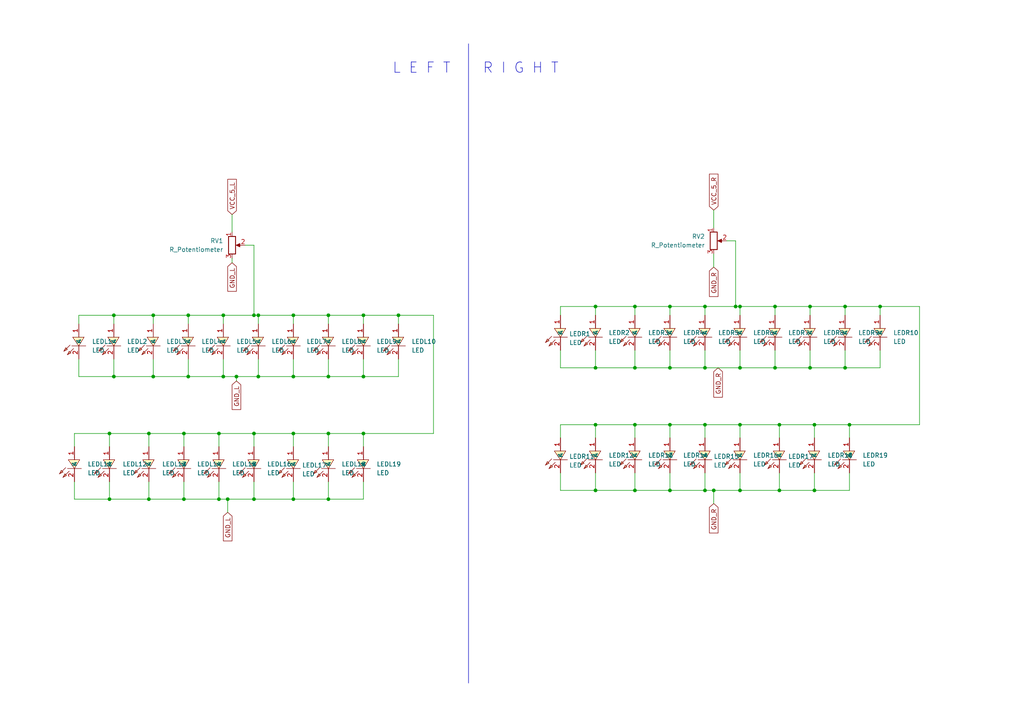
<source format=kicad_sch>
(kicad_sch (version 20250114) (generator "eeschema") (generator_version "9.0")
  (paper "A4")
  (title_block (title "Backlight") (comment 1 "Pimped by Essenceia"))
  (lib_symbols
    (symbol "Device:R_Potentiometer" (pin_names (offset 1.016) (hide yes))
      (property "Reference" "RV" (at -4.445 0 90))
      (property "Value" "R_Potentiometer" (at -2.54 0 90))
      (symbol "R_Potentiometer_0_1"
        (rectangle (start 1.016 2.54) (end -1.016 -2.54) (stroke (width 0.254)))
        (polyline (pts (xy 1.143 0) (xy 2.286 0.508) (xy 2.286 -0.508) (xy 1.143 0)) (fill (type outline)))
        (polyline (pts (xy 2.54 0) (xy 1.524 0)))
      )
      (symbol "R_Potentiometer_1_1"
        (pin passive line (at 0 3.81 270) (length 1.27) (name "1") (number "1"))
        (pin passive line (at 0 -3.81 90) (length 1.27) (name "3") (number "3"))
        (pin passive line (at 3.81 0 180) (length 1.27) (name "2") (number "2"))
      )
    )
    (symbol "Totem_lib:0603Whitelight_C2290"
      (property "Reference" "LED" (at 0 3.81 0))
      (property "Value" "0603White light_C2290" (at 0 -6.35 0))
      (symbol "0603Whitelight_C2290_0_1"
        (polyline (pts (xy -3.81 2.03) (xy -2.79 1.52) (xy -3.3 1.02) (xy -3.81 2.03)) (fill (type background)))
        (polyline (pts (xy -2.79 3.05) (xy -1.78 2.54) (xy -2.29 2.03) (xy -2.79 3.05)) (fill (type background)))
        (polyline (pts (xy -2.03 0.25) (xy -3.81 2.03)))
        (polyline (pts (xy -1.27 0.76) (xy -1.27 -3.3)))
        (polyline (pts (xy -1.02 1.27) (xy -2.79 3.05)))
        (polyline (pts (xy 1.27 -2.79) (xy -1.27 -1.27) (xy 1.27 0.51) (xy 1.27 -2.79)) (fill (type background)))
        (pin unspecified line (at -5.08 -1.27 0) (length 3.81) (name "K") (number "2"))
        (pin unspecified line (at 5.08 -1.27 180) (length 3.81) (name "A") (number "1"))
      )
    )
  )
  (text "R I G H T" (at 139.954 21.59 0) (effects (font (size 3 3)) (justify left bottom)))
  (text "L E F T" (at 130.81 21.59 0) (effects (font (size 3 3)) (justify right bottom)))
  (junction (at 204.47 88.9))
  (junction (at 204.47 106.68))
  (junction (at 64.77 109.22))
  (junction (at 194.31 142.24))
  (junction (at 43.18 125.73))
  (junction (at 213.36 88.9))
  (junction (at 204.47 142.24))
  (junction (at 105.41 109.22))
  (junction (at 73.66 144.78))
  (junction (at 95.25 109.22))
  (junction (at 234.95 106.68))
  (junction (at 105.41 125.73))
  (junction (at 172.72 142.24))
  (junction (at 194.31 123.19))
  (junction (at 184.15 123.19))
  (junction (at 224.79 106.68))
  (junction (at 53.34 144.78))
  (junction (at 236.22 123.19))
  (junction (at 73.66 91.44))
  (junction (at 184.15 106.68))
  (junction (at 43.18 144.78))
  (junction (at 44.45 91.44))
  (junction (at 85.09 109.22))
  (junction (at 85.09 144.78))
  (junction (at 172.72 106.68))
  (junction (at 63.5 125.73))
  (junction (at 204.47 123.19))
  (junction (at 194.31 88.9))
  (junction (at 73.66 125.73))
  (junction (at 214.63 88.9))
  (junction (at 105.41 91.44))
  (junction (at 85.09 125.73))
  (junction (at 224.79 88.9))
  (junction (at 214.63 106.68))
  (junction (at 245.11 106.68))
  (junction (at 214.63 142.24))
  (junction (at 236.22 142.24))
  (junction (at 194.31 106.68))
  (junction (at 95.25 91.44))
  (junction (at 172.72 88.9))
  (junction (at 245.11 88.9))
  (junction (at 64.77 91.44))
  (junction (at 53.34 125.73))
  (junction (at 74.93 91.44))
  (junction (at 63.5 144.78))
  (junction (at 44.45 109.22))
  (junction (at 74.93 109.22))
  (junction (at 68.58 109.22))
  (junction (at 234.95 88.9))
  (junction (at 54.61 91.44))
  (junction (at 184.15 142.24))
  (junction (at 207.01 142.24))
  (junction (at 255.27 88.9))
  (junction (at 246.38 123.19))
  (junction (at 172.72 123.19))
  (junction (at 33.02 91.44))
  (junction (at 33.02 109.22))
  (junction (at 115.57 91.44))
  (junction (at 66.04 144.78))
  (junction (at 95.25 125.73))
  (junction (at 95.25 144.78))
  (junction (at 31.75 144.78))
  (junction (at 31.75 125.73))
  (junction (at 226.06 123.19))
  (junction (at 54.61 109.22))
  (junction (at 85.09 91.44))
  (junction (at 214.63 123.19))
  (junction (at 226.06 142.24))
  (junction (at 184.15 88.9))
  (wire (pts (xy 73.66 125.73) (xy 73.66 129.54)))
  (wire (pts (xy 66.04 144.78) (xy 73.66 144.78)))
  (wire (pts (xy 245.11 106.68) (xy 255.27 106.68)))
  (wire (pts (xy 125.73 125.73) (xy 105.41 125.73)))
  (wire (pts (xy 64.77 91.44) (xy 73.66 91.44)))
  (wire (pts (xy 85.09 109.22) (xy 95.25 109.22)))
  (wire (pts (xy 194.31 106.68) (xy 204.47 106.68)))
  (polyline (pts (xy 135.89 12.7) (xy 135.89 198.12)) (stroke (width 0) (type solid)))
  (wire (pts (xy 105.41 91.44) (xy 115.57 91.44)))
  (wire (pts (xy 95.25 104.14) (xy 95.25 109.22)))
  (wire (pts (xy 105.41 104.14) (xy 105.41 109.22)))
  (wire (pts (xy 236.22 137.16) (xy 236.22 142.24)))
  (wire (pts (xy 236.22 123.19) (xy 246.38 123.19)))
  (wire (pts (xy 68.58 109.22) (xy 68.58 110.49)))
  (wire (pts (xy 43.18 125.73) (xy 43.18 129.54)))
  (wire (pts (xy 33.02 91.44) (xy 44.45 91.44)))
  (wire (pts (xy 85.09 139.7) (xy 85.09 144.78)))
  (wire (pts (xy 255.27 88.9) (xy 255.27 91.44)))
  (wire (pts (xy 64.77 109.22) (xy 68.58 109.22)))
  (wire (pts (xy 53.34 139.7) (xy 53.34 144.78)))
  (wire (pts (xy 43.18 144.78) (xy 53.34 144.78)))
  (wire (pts (xy 31.75 139.7) (xy 31.75 144.78)))
  (wire (pts (xy 63.5 125.73) (xy 73.66 125.73)))
  (wire (pts (xy 53.34 125.73) (xy 63.5 125.73)))
  (wire (pts (xy 236.22 123.19) (xy 236.22 127)))
  (wire (pts (xy 85.09 91.44) (xy 85.09 93.98)))
  (wire (pts (xy 184.15 137.16) (xy 184.15 142.24)))
  (wire (pts (xy 214.63 142.24) (xy 226.06 142.24)))
  (wire (pts (xy 266.7 123.19) (xy 246.38 123.19)))
  (wire (pts (xy 44.45 91.44) (xy 44.45 93.98)))
  (wire (pts (xy 194.31 123.19) (xy 194.31 127)))
  (wire (pts (xy 194.31 123.19) (xy 204.47 123.19)))
  (wire (pts (xy 54.61 91.44) (xy 64.77 91.44)))
  (wire (pts (xy 184.15 106.68) (xy 194.31 106.68)))
  (wire (pts (xy 204.47 123.19) (xy 214.63 123.19)))
  (wire (pts (xy 224.79 101.6) (xy 224.79 106.68)))
  (wire (pts (xy 204.47 123.19) (xy 204.47 127)))
  (wire (pts (xy 172.72 142.24) (xy 184.15 142.24)))
  (wire (pts (xy 184.15 123.19) (xy 194.31 123.19)))
  (wire (pts (xy 184.15 123.19) (xy 184.15 127)))
  (wire (pts (xy 226.06 142.24) (xy 236.22 142.24)))
  (wire (pts (xy 172.72 127) (xy 172.72 123.19)))
  (wire (pts (xy 162.56 88.9) (xy 162.56 91.44)))
  (wire (pts (xy 162.56 142.24) (xy 172.72 142.24)))
  (wire (pts (xy 74.93 91.44) (xy 85.09 91.44)))
  (wire (pts (xy 214.63 123.19) (xy 214.63 127)))
  (wire (pts (xy 245.11 88.9) (xy 255.27 88.9)))
  (wire (pts (xy 73.66 139.7) (xy 73.66 144.78)))
  (wire (pts (xy 234.95 88.9) (xy 245.11 88.9)))
  (wire (pts (xy 95.25 125.73) (xy 95.25 129.54)))
  (wire (pts (xy 33.02 109.22) (xy 44.45 109.22)))
  (wire (pts (xy 214.63 123.19) (xy 226.06 123.19)))
  (wire (pts (xy 95.25 91.44) (xy 95.25 93.98)))
  (wire (pts (xy 53.34 125.73) (xy 53.34 129.54)))
  (wire (pts (xy 21.59 144.78) (xy 31.75 144.78)))
  (wire (pts (xy 63.5 125.73) (xy 63.5 129.54)))
  (wire (pts (xy 33.02 91.44) (xy 33.02 93.98)))
  (wire (pts (xy 85.09 104.14) (xy 85.09 109.22)))
  (wire (pts (xy 54.61 109.22) (xy 64.77 109.22)))
  (wire (pts (xy 204.47 88.9) (xy 204.47 91.44)))
  (wire (pts (xy 162.56 137.16) (xy 162.56 142.24)))
  (wire (pts (xy 67.31 62.23) (xy 67.31 67.31)))
  (wire (pts (xy 105.41 91.44) (xy 105.41 93.98)))
  (wire (pts (xy 204.47 88.9) (xy 213.36 88.9)))
  (wire (pts (xy 224.79 88.9) (xy 234.95 88.9)))
  (wire (pts (xy 85.09 144.78) (xy 95.25 144.78)))
  (wire (pts (xy 245.11 88.9) (xy 245.11 91.44)))
  (wire (pts (xy 115.57 104.14) (xy 115.57 109.22)))
  (wire (pts (xy 204.47 101.6) (xy 204.47 106.68)))
  (wire (pts (xy 207.01 142.24) (xy 214.63 142.24)))
  (wire (pts (xy 194.31 101.6) (xy 194.31 106.68)))
  (wire (pts (xy 44.45 109.22) (xy 54.61 109.22)))
  (wire (pts (xy 207.01 73.66) (xy 207.01 77.47)))
  (wire (pts (xy 44.45 91.44) (xy 54.61 91.44)))
  (wire (pts (xy 246.38 137.16) (xy 246.38 142.24)))
  (wire (pts (xy 162.56 123.19) (xy 172.72 123.19)))
  (wire (pts (xy 54.61 104.14) (xy 54.61 109.22)))
  (wire (pts (xy 224.79 106.68) (xy 234.95 106.68)))
  (wire (pts (xy 162.56 123.19) (xy 162.56 127)))
  (wire (pts (xy 95.25 91.44) (xy 105.41 91.44)))
  (wire (pts (xy 213.36 69.85) (xy 213.36 88.9)))
  (wire (pts (xy 172.72 88.9) (xy 184.15 88.9)))
  (wire (pts (xy 85.09 91.44) (xy 95.25 91.44)))
  (wire (pts (xy 245.11 101.6) (xy 245.11 106.68)))
  (wire (pts (xy 105.41 139.7) (xy 105.41 144.78)))
  (wire (pts (xy 162.56 101.6) (xy 162.56 106.68)))
  (wire (pts (xy 214.63 101.6) (xy 214.63 106.68)))
  (wire (pts (xy 73.66 91.44) (xy 74.93 91.44)))
  (wire (pts (xy 213.36 88.9) (xy 214.63 88.9)))
  (wire (pts (xy 204.47 106.68) (xy 214.63 106.68)))
  (wire (pts (xy 21.59 125.73) (xy 21.59 129.54)))
  (wire (pts (xy 53.34 144.78) (xy 63.5 144.78)))
  (wire (pts (xy 73.66 144.78) (xy 85.09 144.78)))
  (wire (pts (xy 54.61 91.44) (xy 54.61 93.98)))
  (wire (pts (xy 207.01 146.05) (xy 207.01 142.24)))
  (wire (pts (xy 74.93 109.22) (xy 85.09 109.22)))
  (wire (pts (xy 95.25 125.73) (xy 105.41 125.73)))
  (wire (pts (xy 226.06 123.19) (xy 236.22 123.19)))
  (wire (pts (xy 73.66 125.73) (xy 85.09 125.73)))
  (wire (pts (xy 236.22 142.24) (xy 246.38 142.24)))
  (wire (pts (xy 172.72 88.9) (xy 172.72 91.44)))
  (wire (pts (xy 43.18 139.7) (xy 43.18 144.78)))
  (wire (pts (xy 172.72 123.19) (xy 184.15 123.19)))
  (wire (pts (xy 255.27 88.9) (xy 266.7 88.9)))
  (wire (pts (xy 115.57 91.44) (xy 125.73 91.44)))
  (wire (pts (xy 21.59 139.7) (xy 21.59 144.78)))
  (wire (pts (xy 105.41 125.73) (xy 105.41 129.54)))
  (wire (pts (xy 204.47 142.24) (xy 207.01 142.24)))
  (wire (pts (xy 43.18 125.73) (xy 53.34 125.73)))
  (wire (pts (xy 105.41 109.22) (xy 115.57 109.22)))
  (wire (pts (xy 234.95 106.68) (xy 245.11 106.68)))
  (wire (pts (xy 67.31 74.93) (xy 67.31 76.2)))
  (wire (pts (xy 74.93 104.14) (xy 74.93 109.22)))
  (wire (pts (xy 226.06 123.19) (xy 226.06 127)))
  (wire (pts (xy 125.73 91.44) (xy 125.73 125.73)))
  (wire (pts (xy 22.86 104.14) (xy 22.86 109.22)))
  (wire (pts (xy 66.04 148.59) (xy 66.04 144.78)))
  (wire (pts (xy 73.66 71.12) (xy 73.66 91.44)))
  (wire (pts (xy 95.25 144.78) (xy 105.41 144.78)))
  (wire (pts (xy 162.56 88.9) (xy 172.72 88.9)))
  (wire (pts (xy 214.63 137.16) (xy 214.63 142.24)))
  (wire (pts (xy 184.15 142.24) (xy 194.31 142.24)))
  (wire (pts (xy 194.31 142.24) (xy 204.47 142.24)))
  (wire (pts (xy 63.5 139.7) (xy 63.5 144.78)))
  (wire (pts (xy 234.95 88.9) (xy 234.95 91.44)))
  (wire (pts (xy 22.86 109.22) (xy 33.02 109.22)))
  (wire (pts (xy 184.15 88.9) (xy 184.15 91.44)))
  (wire (pts (xy 194.31 88.9) (xy 194.31 91.44)))
  (wire (pts (xy 172.72 101.6) (xy 172.72 106.68)))
  (wire (pts (xy 68.58 109.22) (xy 74.93 109.22)))
  (wire (pts (xy 210.82 69.85) (xy 213.36 69.85)))
  (wire (pts (xy 246.38 123.19) (xy 246.38 127)))
  (wire (pts (xy 71.12 71.12) (xy 73.66 71.12)))
  (wire (pts (xy 31.75 144.78) (xy 43.18 144.78)))
  (wire (pts (xy 234.95 101.6) (xy 234.95 106.68)))
  (wire (pts (xy 162.56 106.68) (xy 172.72 106.68)))
  (wire (pts (xy 204.47 137.16) (xy 204.47 142.24)))
  (wire (pts (xy 95.25 139.7) (xy 95.25 144.78)))
  (wire (pts (xy 214.63 106.68) (xy 224.79 106.68)))
  (wire (pts (xy 226.06 137.16) (xy 226.06 142.24)))
  (wire (pts (xy 95.25 109.22) (xy 105.41 109.22)))
  (wire (pts (xy 22.86 91.44) (xy 33.02 91.44)))
  (wire (pts (xy 64.77 104.14) (xy 64.77 109.22)))
  (wire (pts (xy 85.09 125.73) (xy 85.09 129.54)))
  (wire (pts (xy 214.63 88.9) (xy 224.79 88.9)))
  (wire (pts (xy 194.31 137.16) (xy 194.31 142.24)))
  (wire (pts (xy 21.59 125.73) (xy 31.75 125.73)))
  (wire (pts (xy 22.86 91.44) (xy 22.86 93.98)))
  (wire (pts (xy 172.72 106.68) (xy 184.15 106.68)))
  (wire (pts (xy 255.27 101.6) (xy 255.27 106.68)))
  (wire (pts (xy 115.57 91.44) (xy 115.57 93.98)))
  (wire (pts (xy 74.93 91.44) (xy 74.93 93.98)))
  (wire (pts (xy 266.7 88.9) (xy 266.7 123.19)))
  (wire (pts (xy 214.63 88.9) (xy 214.63 91.44)))
  (wire (pts (xy 64.77 91.44) (xy 64.77 93.98)))
  (wire (pts (xy 31.75 125.73) (xy 31.75 129.54)))
  (wire (pts (xy 224.79 88.9) (xy 224.79 91.44)))
  (wire (pts (xy 33.02 104.14) (xy 33.02 109.22)))
  (wire (pts (xy 184.15 88.9) (xy 194.31 88.9)))
  (wire (pts (xy 63.5 144.78) (xy 66.04 144.78)))
  (wire (pts (xy 85.09 125.73) (xy 95.25 125.73)))
  (wire (pts (xy 194.31 88.9) (xy 204.47 88.9)))
  (wire (pts (xy 207.01 60.96) (xy 207.01 66.04)))
  (wire (pts (xy 184.15 101.6) (xy 184.15 106.68)))
  (wire (pts (xy 44.45 104.14) (xy 44.45 109.22)))
  (wire (pts (xy 172.72 137.16) (xy 172.72 142.24)))
  (wire (pts (xy 31.75 125.73) (xy 43.18 125.73)))
  (global_label "GND_R" (shape input) (at 207.01 77.47 270) (property "Intersheetrefs" "${INTERSHEET_REFS}" (effects (hide yes))))
  (global_label "GND_R" (shape input) (at 207.01 146.05 270) (property "Intersheetrefs" "${INTERSHEET_REFS}" (effects (hide yes))))
  (global_label "GND_R" (shape input) (at 208.28 106.68 270) (property "Intersheetrefs" "${INTERSHEET_REFS}" (effects (hide yes))))
  (global_label "GND_L" (shape input) (at 68.58 110.49 270) (property "Intersheetrefs" "${INTERSHEET_REFS}" (effects (hide yes))))
  (global_label "GND_L" (shape input) (at 67.31 76.2 270) (property "Intersheetrefs" "${INTERSHEET_REFS}" (effects (hide yes))))
  (global_label "GND_L" (shape input) (at 66.04 148.59 270) (property "Intersheetrefs" "${INTERSHEET_REFS}" (effects (hide yes))))
  (global_label "VCC_5_L" (shape input) (at 67.31 62.23 90) (property "Intersheetrefs" "${INTERSHEET_REFS}" (effects (hide yes))))
  (global_label "VCC_5_R" (shape input) (at 207.01 60.96 90) (property "Intersheetrefs" "${INTERSHEET_REFS}" (effects (hide yes))))
  (symbol (lib_id "Totem_lib:0603Whitelight_C2290") (at 31.75 99.06 90) (unit 1)
    (property "Reference" "LEDL2" (at 36.83 99.0599 90) (effects (justify right)))
    (property "Value" "LED" (at 36.83 101.5999 90) (effects (justify right)))
    (property "Footprint" "TOTEMlib:LED0603-R-RD_WHITE" (effects (hide yes)))
    (property "Datasheet" "https://lcsc.com/product-detail/Light-Emitting-Diodes-LED_0603White-light_C2290.html" (effects (hide yes)))
    (property "Description" "Light emitting diode" (effects (hide yes)))
    (property "Sim.Pins" "1=K 2=A" (effects (hide yes)))
    (property "LCSC Part" "C2290" (effects (hide yes)))
  )
  (symbol (lib_id "Device:R_Potentiometer") (at 67.31 71.12 0) (unit 1)
    (property "Reference" "RV1" (at 64.77 69.8499 0) (effects (justify right)))
    (property "Value" "R_Potentiometer" (at 64.77 72.3899 0) (effects (justify right)))
    (property "Footprint" "TOTEMlib:RES-ADJ-SMD_GF063P1" (effects (hide yes)))
    (property "Description" "Potentiometer" (effects (hide yes)))
  )
  (symbol (lib_id "Totem_lib:0603Whitelight_C2290") (at 161.29 132.08 90) (unit 1)
    (property "Reference" "LEDR11" (at 165.1 132.3974 90) (effects (justify right)))
    (property "Value" "LED" (at 165.1 134.9374 90) (effects (justify right)))
    (property "Footprint" "TOTEMlib:LED0603-R-RD_WHITE" (effects (hide yes)))
    (property "Datasheet" "https://lcsc.com/product-detail/Light-Emitting-Diodes-LED_0603White-light_C2290.html" (effects (hide yes)))
    (property "Description" "Light emitting diode" (effects (hide yes)))
    (property "Sim.Pins" "1=K 2=A" (effects (hide yes)))
    (property "LCSC Part" "C2290" (effects (hide yes)))
  )
  (symbol (lib_id "Totem_lib:0603Whitelight_C2290") (at 193.04 132.08 90) (unit 1)
    (property "Reference" "LEDR14" (at 198.12 132.0799 90) (effects (justify right)))
    (property "Value" "LED" (at 198.12 134.6199 90) (effects (justify right)))
    (property "Footprint" "TOTEMlib:LED0603-R-RD_WHITE" (effects (hide yes)))
    (property "Datasheet" "https://lcsc.com/product-detail/Light-Emitting-Diodes-LED_0603White-light_C2290.html" (effects (hide yes)))
    (property "Description" "Light emitting diode" (effects (hide yes)))
    (property "Sim.Pins" "1=K 2=A" (effects (hide yes)))
    (property "LCSC Part" "C2290" (effects (hide yes)))
  )
  (symbol (lib_id "Totem_lib:0603Whitelight_C2290") (at 224.79 132.08 90) (unit 1)
    (property "Reference" "LEDR17" (at 228.6 132.3974 90) (effects (justify right)))
    (property "Value" "LED" (at 228.6 134.9374 90) (effects (justify right)))
    (property "Footprint" "TOTEMlib:LED0603-R-RD_WHITE" (effects (hide yes)))
    (property "Datasheet" "https://lcsc.com/product-detail/Light-Emitting-Diodes-LED_0603White-light_C2290.html" (effects (hide yes)))
    (property "Description" "Light emitting diode" (effects (hide yes)))
    (property "Sim.Pins" "1=K 2=A" (effects (hide yes)))
    (property "LCSC Part" "C2290" (effects (hide yes)))
  )
  (symbol (lib_id "Totem_lib:0603Whitelight_C2290") (at 243.84 96.52 90) (unit 1)
    (property "Reference" "LEDR9" (at 248.92 96.5199 90) (effects (justify right)))
    (property "Value" "LED" (at 248.92 99.0599 90) (effects (justify right)))
    (property "Footprint" "TOTEMlib:LED0603-R-RD_WHITE" (effects (hide yes)))
    (property "Datasheet" "https://lcsc.com/product-detail/Light-Emitting-Diodes-LED_0603White-light_C2290.html" (effects (hide yes)))
    (property "Description" "Light emitting diode" (effects (hide yes)))
    (property "Sim.Pins" "1=K 2=A" (effects (hide yes)))
    (property "LCSC Part" "C2290" (effects (hide yes)))
  )
  (symbol (lib_id "Totem_lib:0603Whitelight_C2290") (at 245.11 132.08 90) (unit 1)
    (property "Reference" "LEDR19" (at 250.19 132.0799 90) (effects (justify right)))
    (property "Value" "LED" (at 250.19 134.6199 90) (effects (justify right)))
    (property "Footprint" "TOTEMlib:LED0603-R-RD_WHITE" (effects (hide yes)))
    (property "Datasheet" "https://lcsc.com/product-detail/Light-Emitting-Diodes-LED_0603White-light_C2290.html" (effects (hide yes)))
    (property "Description" "Light emitting diode" (effects (hide yes)))
    (property "Sim.Pins" "1=K 2=A" (effects (hide yes)))
    (property "LCSC Part" "C2290" (effects (hide yes)))
  )
  (symbol (lib_id "Totem_lib:0603Whitelight_C2290") (at 254 96.52 90) (unit 1)
    (property "Reference" "LEDR10" (at 259.08 96.5199 90) (effects (justify right)))
    (property "Value" "LED" (at 259.08 99.0599 90) (effects (justify right)))
    (property "Footprint" "TOTEMlib:LED0603-R-RD_WHITE" (effects (hide yes)))
    (property "Datasheet" "https://lcsc.com/product-detail/Light-Emitting-Diodes-LED_0603White-light_C2290.html" (effects (hide yes)))
    (property "Description" "Light emitting diode" (effects (hide yes)))
    (property "Sim.Pins" "1=K 2=A" (effects (hide yes)))
    (property "LCSC Part" "C2290" (effects (hide yes)))
  )
  (symbol (lib_id "Totem_lib:0603Whitelight_C2290") (at 83.82 99.06 90) (unit 1)
    (property "Reference" "LEDL7" (at 88.9 99.0599 90) (effects (justify right)))
    (property "Value" "LED" (at 88.9 101.5999 90) (effects (justify right)))
    (property "Footprint" "TOTEMlib:LED0603-R-RD_WHITE" (effects (hide yes)))
    (property "Datasheet" "https://lcsc.com/product-detail/Light-Emitting-Diodes-LED_0603White-light_C2290.html" (effects (hide yes)))
    (property "Description" "Light emitting diode" (effects (hide yes)))
    (property "Sim.Pins" "1=K 2=A" (effects (hide yes)))
    (property "LCSC Part" "C2290" (effects (hide yes)))
  )
  (symbol (lib_id "Totem_lib:0603Whitelight_C2290") (at 41.91 134.62 90) (unit 1)
    (property "Reference" "LEDL13" (at 46.99 134.6199 90) (effects (justify right)))
    (property "Value" "LED" (at 46.99 137.1599 90) (effects (justify right)))
    (property "Footprint" "TOTEMlib:LED0603-R-RD_WHITE" (effects (hide yes)))
    (property "Datasheet" "https://lcsc.com/product-detail/Light-Emitting-Diodes-LED_0603White-light_C2290.html" (effects (hide yes)))
    (property "Description" "Light emitting diode" (effects (hide yes)))
    (property "Sim.Pins" "1=K 2=A" (effects (hide yes)))
    (property "LCSC Part" "C2290" (effects (hide yes)))
  )
  (symbol (lib_id "Totem_lib:0603Whitelight_C2290") (at 104.14 134.62 90) (unit 1)
    (property "Reference" "LEDL19" (at 109.22 134.6199 90) (effects (justify right)))
    (property "Value" "LED" (at 109.22 137.1599 90) (effects (justify right)))
    (property "Footprint" "TOTEMlib:LED0603-R-RD_WHITE" (effects (hide yes)))
    (property "Datasheet" "https://lcsc.com/product-detail/Light-Emitting-Diodes-LED_0603White-light_C2290.html" (effects (hide yes)))
    (property "Description" "Light emitting diode" (effects (hide yes)))
    (property "Sim.Pins" "1=K 2=A" (effects (hide yes)))
    (property "LCSC Part" "C2290" (effects (hide yes)))
  )
  (symbol (lib_id "Totem_lib:0603Whitelight_C2290") (at 203.2 96.52 90) (unit 1)
    (property "Reference" "LEDR5" (at 208.28 96.5199 90) (effects (justify right)))
    (property "Value" "LED" (at 208.28 99.0599 90) (effects (justify right)))
    (property "Footprint" "TOTEMlib:LED0603-R-RD_WHITE" (effects (hide yes)))
    (property "Datasheet" "https://lcsc.com/product-detail/Light-Emitting-Diodes-LED_0603White-light_C2290.html" (effects (hide yes)))
    (property "Description" "Light emitting diode" (effects (hide yes)))
    (property "Sim.Pins" "1=K 2=A" (effects (hide yes)))
    (property "LCSC Part" "C2290" (effects (hide yes)))
  )
  (symbol (lib_id "Totem_lib:0603Whitelight_C2290") (at 63.5 99.06 90) (unit 1)
    (property "Reference" "LEDL5" (at 68.58 99.0599 90) (effects (justify right)))
    (property "Value" "LED" (at 68.58 101.5999 90) (effects (justify right)))
    (property "Footprint" "TOTEMlib:LED0603-R-RD_WHITE" (effects (hide yes)))
    (property "Datasheet" "https://lcsc.com/product-detail/Light-Emitting-Diodes-LED_0603White-light_C2290.html" (effects (hide yes)))
    (property "Description" "Light emitting diode" (effects (hide yes)))
    (property "Sim.Pins" "1=K 2=A" (effects (hide yes)))
    (property "LCSC Part" "C2290" (effects (hide yes)))
  )
  (symbol (lib_id "Totem_lib:0603Whitelight_C2290") (at 20.32 134.62 90) (unit 1)
    (property "Reference" "LEDL11" (at 25.4 134.6199 90) (effects (justify right)))
    (property "Value" "LED" (at 25.4 137.1599 90) (effects (justify right)))
    (property "Footprint" "TOTEMlib:LED0603-R-RD_WHITE" (effects (hide yes)))
    (property "Datasheet" "https://lcsc.com/product-detail/Light-Emitting-Diodes-LED_0603White-light_C2290.html" (effects (hide yes)))
    (property "Description" "Light emitting diode" (effects (hide yes)))
    (property "Sim.Pins" "1=K 2=A" (effects (hide yes)))
    (property "LCSC Part" "C2290" (effects (hide yes)))
  )
  (symbol (lib_id "Totem_lib:0603Whitelight_C2290") (at 104.14 99.06 90) (unit 1)
    (property "Reference" "LEDL9" (at 109.22 99.0599 90) (effects (justify right)))
    (property "Value" "LED" (at 109.22 101.5999 90) (effects (justify right)))
    (property "Footprint" "TOTEMlib:LED0603-R-RD_WHITE" (effects (hide yes)))
    (property "Datasheet" "https://lcsc.com/product-detail/Light-Emitting-Diodes-LED_0603White-light_C2290.html" (effects (hide yes)))
    (property "Description" "Light emitting diode" (effects (hide yes)))
    (property "Sim.Pins" "1=K 2=A" (effects (hide yes)))
    (property "LCSC Part" "C2290" (effects (hide yes)))
  )
  (symbol (lib_id "Totem_lib:0603Whitelight_C2290") (at 52.07 134.62 90) (unit 1)
    (property "Reference" "LEDL14" (at 57.15 134.6199 90) (effects (justify right)))
    (property "Value" "LED" (at 57.15 137.1599 90) (effects (justify right)))
    (property "Footprint" "TOTEMlib:LED0603-R-RD_WHITE" (effects (hide yes)))
    (property "Datasheet" "https://lcsc.com/product-detail/Light-Emitting-Diodes-LED_0603White-light_C2290.html" (effects (hide yes)))
    (property "Description" "Light emitting diode" (effects (hide yes)))
    (property "Sim.Pins" "1=K 2=A" (effects (hide yes)))
    (property "LCSC Part" "C2290" (effects (hide yes)))
  )
  (symbol (lib_id "Totem_lib:0603Whitelight_C2290") (at 182.88 132.08 90) (unit 1)
    (property "Reference" "LEDR13" (at 187.96 132.0799 90) (effects (justify right)))
    (property "Value" "LED" (at 187.96 134.6199 90) (effects (justify right)))
    (property "Footprint" "TOTEMlib:LED0603-R-RD_WHITE" (effects (hide yes)))
    (property "Datasheet" "https://lcsc.com/product-detail/Light-Emitting-Diodes-LED_0603White-light_C2290.html" (effects (hide yes)))
    (property "Description" "Light emitting diode" (effects (hide yes)))
    (property "Sim.Pins" "1=K 2=A" (effects (hide yes)))
    (property "LCSC Part" "C2290" (effects (hide yes)))
  )
  (symbol (lib_id "Totem_lib:0603Whitelight_C2290") (at 234.95 132.08 90) (unit 1)
    (property "Reference" "LEDR18" (at 240.03 132.0799 90) (effects (justify right)))
    (property "Value" "LED" (at 240.03 134.6199 90) (effects (justify right)))
    (property "Footprint" "TOTEMlib:LED0603-R-RD_WHITE" (effects (hide yes)))
    (property "Datasheet" "https://lcsc.com/product-detail/Light-Emitting-Diodes-LED_0603White-light_C2290.html" (effects (hide yes)))
    (property "Description" "Light emitting diode" (effects (hide yes)))
    (property "Sim.Pins" "1=K 2=A" (effects (hide yes)))
    (property "LCSC Part" "C2290" (effects (hide yes)))
  )
  (symbol (lib_id "Totem_lib:0603Whitelight_C2290") (at 73.66 99.06 90) (unit 1)
    (property "Reference" "LEDL6" (at 78.74 99.0599 90) (effects (justify right)))
    (property "Value" "LED" (at 78.74 101.5999 90) (effects (justify right)))
    (property "Footprint" "TOTEMlib:LED0603-R-RD_WHITE" (effects (hide yes)))
    (property "Datasheet" "https://lcsc.com/product-detail/Light-Emitting-Diodes-LED_0603White-light_C2290.html" (effects (hide yes)))
    (property "Description" "Light emitting diode" (effects (hide yes)))
    (property "Sim.Pins" "1=K 2=A" (effects (hide yes)))
    (property "LCSC Part" "C2290" (effects (hide yes)))
  )
  (symbol (lib_id "Totem_lib:0603Whitelight_C2290") (at 72.39 134.62 90) (unit 1)
    (property "Reference" "LEDL16" (at 77.47 134.6199 90) (effects (justify right)))
    (property "Value" "LED" (at 77.47 137.1599 90) (effects (justify right)))
    (property "Footprint" "TOTEMlib:LED0603-R-RD_WHITE" (effects (hide yes)))
    (property "Datasheet" "https://lcsc.com/product-detail/Light-Emitting-Diodes-LED_0603White-light_C2290.html" (effects (hide yes)))
    (property "Description" "Light emitting diode" (effects (hide yes)))
    (property "Sim.Pins" "1=K 2=A" (effects (hide yes)))
    (property "LCSC Part" "C2290" (effects (hide yes)))
  )
  (symbol (lib_id "Totem_lib:0603Whitelight_C2290") (at 62.23 134.62 90) (unit 1)
    (property "Reference" "LEDL15" (at 67.31 134.6199 90) (effects (justify right)))
    (property "Value" "LED" (at 67.31 137.1599 90) (effects (justify right)))
    (property "Footprint" "TOTEMlib:LED0603-R-RD_WHITE" (effects (hide yes)))
    (property "Datasheet" "https://lcsc.com/product-detail/Light-Emitting-Diodes-LED_0603White-light_C2290.html" (effects (hide yes)))
    (property "Description" "Light emitting diode" (effects (hide yes)))
    (property "Sim.Pins" "1=K 2=A" (effects (hide yes)))
    (property "LCSC Part" "C2290" (effects (hide yes)))
  )
  (symbol (lib_id "Device:R_Potentiometer") (at 207.01 69.85 0) (unit 1)
    (property "Reference" "RV2" (at 204.47 68.5799 0) (effects (justify right)))
    (property "Value" "R_Potentiometer" (at 204.47 71.1199 0) (effects (justify right)))
    (property "Footprint" "TOTEMlib:RES-ADJ-SMD_GF063P1" (effects (hide yes)))
    (property "Description" "Potentiometer" (effects (hide yes)))
  )
  (symbol (lib_id "Totem_lib:0603Whitelight_C2290") (at 171.45 96.52 90) (unit 1)
    (property "Reference" "LEDR2" (at 176.53 96.5199 90) (effects (justify right)))
    (property "Value" "LED" (at 176.53 99.0599 90) (effects (justify right)))
    (property "Footprint" "TOTEMlib:LED0603-R-RD_WHITE" (effects (hide yes)))
    (property "Datasheet" "https://lcsc.com/product-detail/Light-Emitting-Diodes-LED_0603White-light_C2290.html" (effects (hide yes)))
    (property "Description" "Light emitting diode" (effects (hide yes)))
    (property "Sim.Pins" "1=K 2=A" (effects (hide yes)))
    (property "LCSC Part" "C2290" (effects (hide yes)))
  )
  (symbol (lib_id "Totem_lib:0603Whitelight_C2290") (at 213.36 96.52 90) (unit 1)
    (property "Reference" "LEDR6" (at 218.44 96.5199 90) (effects (justify right)))
    (property "Value" "LED" (at 218.44 99.0599 90) (effects (justify right)))
    (property "Footprint" "TOTEMlib:LED0603-R-RD_WHITE" (effects (hide yes)))
    (property "Datasheet" "https://lcsc.com/product-detail/Light-Emitting-Diodes-LED_0603White-light_C2290.html" (effects (hide yes)))
    (property "Description" "Light emitting diode" (effects (hide yes)))
    (property "Sim.Pins" "1=K 2=A" (effects (hide yes)))
    (property "LCSC Part" "C2290" (effects (hide yes)))
  )
  (symbol (lib_id "Totem_lib:0603Whitelight_C2290") (at 30.48 134.62 90) (unit 1)
    (property "Reference" "LEDL12" (at 35.56 134.6199 90) (effects (justify right)))
    (property "Value" "LED" (at 35.56 137.1599 90) (effects (justify right)))
    (property "Footprint" "TOTEMlib:LED0603-R-RD_WHITE" (effects (hide yes)))
    (property "Datasheet" "https://lcsc.com/product-detail/Light-Emitting-Diodes-LED_0603White-light_C2290.html" (effects (hide yes)))
    (property "Description" "Light emitting diode" (effects (hide yes)))
    (property "Sim.Pins" "1=K 2=A" (effects (hide yes)))
    (property "LCSC Part" "C2290" (effects (hide yes)))
  )
  (symbol (lib_id "Totem_lib:0603Whitelight_C2290") (at 53.34 99.06 90) (unit 1)
    (property "Reference" "LEDL4" (at 58.42 99.0599 90) (effects (justify right)))
    (property "Value" "LED" (at 58.42 101.5999 90) (effects (justify right)))
    (property "Footprint" "TOTEMlib:LED0603-R-RD_WHITE" (effects (hide yes)))
    (property "Datasheet" "https://lcsc.com/product-detail/Light-Emitting-Diodes-LED_0603White-light_C2290.html" (effects (hide yes)))
    (property "Description" "Light emitting diode" (effects (hide yes)))
    (property "Sim.Pins" "1=K 2=A" (effects (hide yes)))
    (property "LCSC Part" "C2290" (effects (hide yes)))
  )
  (symbol (lib_id "Totem_lib:0603Whitelight_C2290") (at 93.98 99.06 90) (unit 1)
    (property "Reference" "LEDL8" (at 99.06 99.0599 90) (effects (justify right)))
    (property "Value" "LED" (at 99.06 101.5999 90) (effects (justify right)))
    (property "Footprint" "TOTEMlib:LED0603-R-RD_WHITE" (effects (hide yes)))
    (property "Datasheet" "https://lcsc.com/product-detail/Light-Emitting-Diodes-LED_0603White-light_C2290.html" (effects (hide yes)))
    (property "Description" "Light emitting diode" (effects (hide yes)))
    (property "Sim.Pins" "1=K 2=A" (effects (hide yes)))
    (property "LCSC Part" "C2290" (effects (hide yes)))
  )
  (symbol (lib_id "Totem_lib:0603Whitelight_C2290") (at 213.36 132.08 90) (unit 1)
    (property "Reference" "LEDR16" (at 218.44 132.0799 90) (effects (justify right)))
    (property "Value" "LED" (at 218.44 134.6199 90) (effects (justify right)))
    (property "Footprint" "TOTEMlib:LED0603-R-RD_WHITE" (effects (hide yes)))
    (property "Datasheet" "https://lcsc.com/product-detail/Light-Emitting-Diodes-LED_0603White-light_C2290.html" (effects (hide yes)))
    (property "Description" "Light emitting diode" (effects (hide yes)))
    (property "Sim.Pins" "1=K 2=A" (effects (hide yes)))
    (property "LCSC Part" "C2290" (effects (hide yes)))
  )
  (symbol (lib_id "Totem_lib:0603Whitelight_C2290") (at 182.88 96.52 90) (unit 1)
    (property "Reference" "LEDR3" (at 187.96 96.5199 90) (effects (justify right)))
    (property "Value" "LED" (at 187.96 99.0599 90) (effects (justify right)))
    (property "Footprint" "TOTEMlib:LED0603-R-RD_WHITE" (effects (hide yes)))
    (property "Datasheet" "https://lcsc.com/product-detail/Light-Emitting-Diodes-LED_0603White-light_C2290.html" (effects (hide yes)))
    (property "Description" "Light emitting diode" (effects (hide yes)))
    (property "Sim.Pins" "1=K 2=A" (effects (hide yes)))
    (property "LCSC Part" "C2290" (effects (hide yes)))
  )
  (symbol (lib_id "Totem_lib:0603Whitelight_C2290") (at 171.45 132.08 90) (unit 1)
    (property "Reference" "LEDR12" (at 176.53 132.0799 90) (effects (justify right)))
    (property "Value" "LED" (at 176.53 134.6199 90) (effects (justify right)))
    (property "Footprint" "TOTEMlib:LED0603-R-RD_WHITE" (effects (hide yes)))
    (property "Datasheet" "https://lcsc.com/product-detail/Light-Emitting-Diodes-LED_0603White-light_C2290.html" (effects (hide yes)))
    (property "Description" "Light emitting diode" (effects (hide yes)))
    (property "Sim.Pins" "1=K 2=A" (effects (hide yes)))
    (property "LCSC Part" "C2290" (effects (hide yes)))
  )
  (symbol (lib_id "Totem_lib:0603Whitelight_C2290") (at 161.29 96.52 90) (unit 1)
    (property "Reference" "LEDR1" (at 165.1 96.8374 90) (effects (justify right)))
    (property "Value" "LED" (at 165.1 99.3774 90) (effects (justify right)))
    (property "Footprint" "TOTEMlib:LED0603-R-RD_WHITE" (effects (hide yes)))
    (property "Datasheet" "https://lcsc.com/product-detail/Light-Emitting-Diodes-LED_0603White-light_C2290.html" (effects (hide yes)))
    (property "Description" "Light emitting diode" (effects (hide yes)))
    (property "Sim.Pins" "1=K 2=A" (effects (hide yes)))
    (property "LCSC Part" "C2290" (effects (hide yes)))
  )
  (symbol (lib_id "Totem_lib:0603Whitelight_C2290") (at 233.68 96.52 90) (unit 1)
    (property "Reference" "LEDR8" (at 238.76 96.5199 90) (effects (justify right)))
    (property "Value" "LED" (at 238.76 99.0599 90) (effects (justify right)))
    (property "Footprint" "TOTEMlib:LED0603-R-RD_WHITE" (effects (hide yes)))
    (property "Datasheet" "https://lcsc.com/product-detail/Light-Emitting-Diodes-LED_0603White-light_C2290.html" (effects (hide yes)))
    (property "Description" "Light emitting diode" (effects (hide yes)))
    (property "Sim.Pins" "1=K 2=A" (effects (hide yes)))
    (property "LCSC Part" "C2290" (effects (hide yes)))
  )
  (symbol (lib_id "Totem_lib:0603Whitelight_C2290") (at 193.04 96.52 90) (unit 1)
    (property "Reference" "LEDR4" (at 198.12 96.5199 90) (effects (justify right)))
    (property "Value" "LED" (at 198.12 99.0599 90) (effects (justify right)))
    (property "Footprint" "TOTEMlib:LED0603-R-RD_WHITE" (effects (hide yes)))
    (property "Datasheet" "https://lcsc.com/product-detail/Light-Emitting-Diodes-LED_0603White-light_C2290.html" (effects (hide yes)))
    (property "Description" "Light emitting diode" (effects (hide yes)))
    (property "Sim.Pins" "1=K 2=A" (effects (hide yes)))
    (property "LCSC Part" "C2290" (effects (hide yes)))
  )
  (symbol (lib_id "Totem_lib:0603Whitelight_C2290") (at 223.52 96.52 90) (unit 1)
    (property "Reference" "LEDR7" (at 228.6 96.5199 90) (effects (justify right)))
    (property "Value" "LED" (at 228.6 99.0599 90) (effects (justify right)))
    (property "Footprint" "TOTEMlib:LED0603-R-RD_WHITE" (effects (hide yes)))
    (property "Datasheet" "https://lcsc.com/product-detail/Light-Emitting-Diodes-LED_0603White-light_C2290.html" (effects (hide yes)))
    (property "Description" "Light emitting diode" (effects (hide yes)))
    (property "Sim.Pins" "1=K 2=A" (effects (hide yes)))
    (property "LCSC Part" "C2290" (effects (hide yes)))
  )
  (symbol (lib_id "Totem_lib:0603Whitelight_C2290") (at 43.18 99.06 90) (unit 1)
    (property "Reference" "LEDL3" (at 48.26 99.0599 90) (effects (justify right)))
    (property "Value" "LED" (at 48.26 101.5999 90) (effects (justify right)))
    (property "Footprint" "TOTEMlib:LED0603-R-RD_WHITE" (effects (hide yes)))
    (property "Datasheet" "https://lcsc.com/product-detail/Light-Emitting-Diodes-LED_0603White-light_C2290.html" (effects (hide yes)))
    (property "Description" "Light emitting diode" (effects (hide yes)))
    (property "Sim.Pins" "1=K 2=A" (effects (hide yes)))
    (property "LCSC Part" "C2290" (effects (hide yes)))
  )
  (symbol (lib_id "Totem_lib:0603Whitelight_C2290") (at 83.82 134.62 90) (unit 1)
    (property "Reference" "LEDL17" (at 87.63 134.9374 90) (effects (justify right)))
    (property "Value" "LED" (at 87.63 137.4774 90) (effects (justify right)))
    (property "Footprint" "TOTEMlib:LED0603-R-RD_WHITE" (effects (hide yes)))
    (property "Datasheet" "https://lcsc.com/product-detail/Light-Emitting-Diodes-LED_0603White-light_C2290.html" (effects (hide yes)))
    (property "Description" "Light emitting diode" (effects (hide yes)))
    (property "Sim.Pins" "1=K 2=A" (effects (hide yes)))
    (property "LCSC Part" "C2290" (effects (hide yes)))
  )
  (symbol (lib_id "Totem_lib:0603Whitelight_C2290") (at 114.3 99.06 90) (unit 1)
    (property "Reference" "LEDL10" (at 119.38 99.0599 90) (effects (justify right)))
    (property "Value" "LED" (at 119.38 101.5999 90) (effects (justify right)))
    (property "Footprint" "TOTEMlib:LED0603-R-RD_WHITE" (effects (hide yes)))
    (property "Datasheet" "https://lcsc.com/product-detail/Light-Emitting-Diodes-LED_0603White-light_C2290.html" (effects (hide yes)))
    (property "Description" "Light emitting diode" (effects (hide yes)))
    (property "Sim.Pins" "1=K 2=A" (effects (hide yes)))
    (property "LCSC Part" "C2290" (effects (hide yes)))
  )
  (symbol (lib_id "Totem_lib:0603Whitelight_C2290") (at 21.59 99.06 90) (unit 1)
    (property "Reference" "LEDL1" (at 26.67 99.0599 90) (effects (justify right)))
    (property "Value" "LED" (at 26.67 101.5999 90) (effects (justify right)))
    (property "Footprint" "TOTEMlib:LED0603-R-RD_WHITE" (effects (hide yes)))
    (property "Datasheet" "https://lcsc.com/product-detail/Light-Emitting-Diodes-LED_0603White-light_C2290.html" (effects (hide yes)))
    (property "Description" "Light emitting diode" (effects (hide yes)))
    (property "Sim.Pins" "1=K 2=A" (effects (hide yes)))
    (property "LCSC Part" "C2290" (effects (hide yes)))
  )
  (symbol (lib_id "Totem_lib:0603Whitelight_C2290") (at 93.98 134.62 90) (unit 1)
    (property "Reference" "LEDL18" (at 99.06 134.6199 90) (effects (justify right)))
    (property "Value" "LED" (at 99.06 137.1599 90) (effects (justify right)))
    (property "Footprint" "TOTEMlib:LED0603-R-RD_WHITE" (effects (hide yes)))
    (property "Datasheet" "https://lcsc.com/product-detail/Light-Emitting-Diodes-LED_0603White-light_C2290.html" (effects (hide yes)))
    (property "Description" "Light emitting diode" (effects (hide yes)))
    (property "Sim.Pins" "1=K 2=A" (effects (hide yes)))
    (property "LCSC Part" "C2290" (effects (hide yes)))
  )
  (symbol (lib_id "Totem_lib:0603Whitelight_C2290") (at 203.2 132.08 90) (unit 1)
    (property "Reference" "LEDR15" (at 207.01 132.3974 90) (effects (justify right)))
    (property "Value" "LED" (at 207.01 134.9374 90) (effects (justify right)))
    (property "Footprint" "TOTEMlib:LED0603-R-RD_WHITE" (effects (hide yes)))
    (property "Datasheet" "https://lcsc.com/product-detail/Light-Emitting-Diodes-LED_0603White-light_C2290.html" (effects (hide yes)))
    (property "Description" "Light emitting diode" (effects (hide yes)))
    (property "Sim.Pins" "1=K 2=A" (effects (hide yes)))
    (property "LCSC Part" "C2290" (effects (hide yes)))
  )
)
</source>
